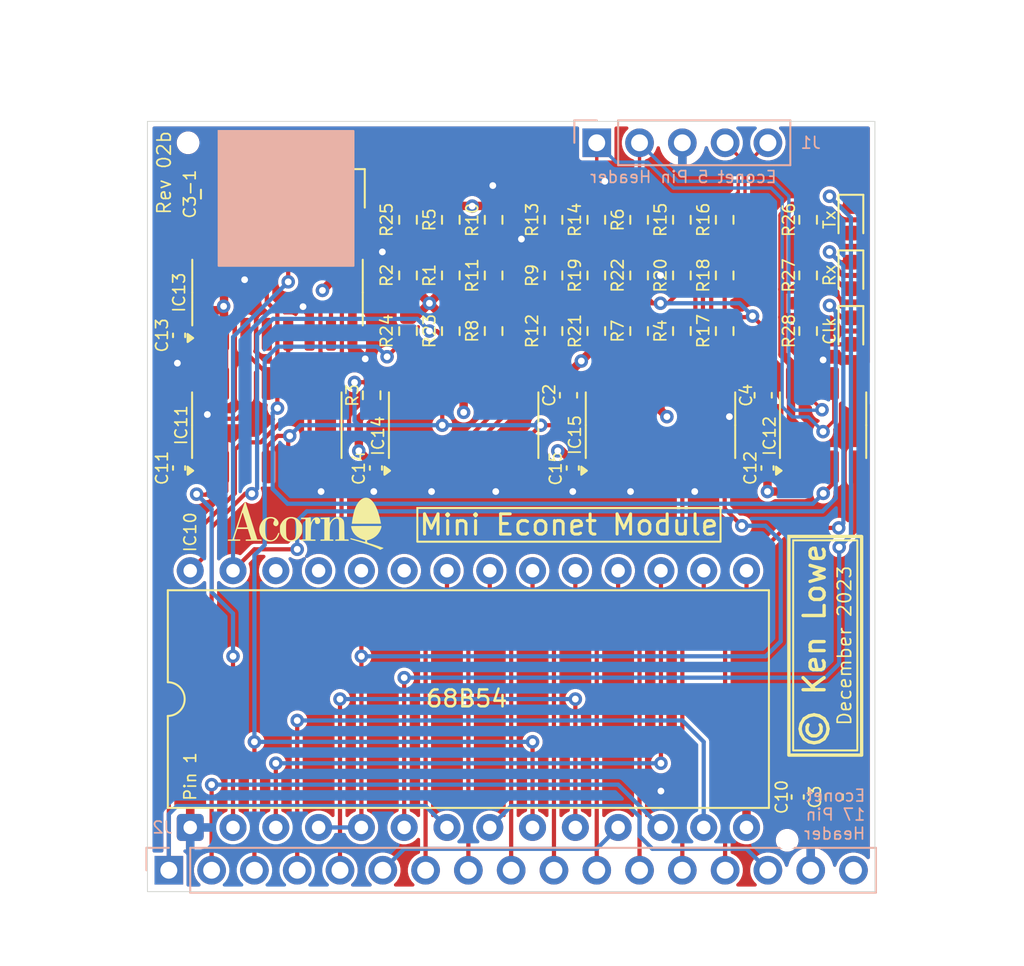
<source format=kicad_pcb>
(kicad_pcb (version 20241229) (generator "pcbnew") (generator_version "9.0")
  (title_block (title "Mini Econet Module") (date "2023-12-08") (rev "02b") (company "Ken Lowe") (comment 1 "Rev 02b: Resistor bank layout change. Tooling holes added") (comment 2 "Rev 02: Reposition 68B54") (comment 3 "Rev 01b: IC11 switch from TSSOP to SOP") (comment 4 "Rev 01: First revision"))
  (layers (0 "F.Cu" signal) (4 "In1.Cu" power) (6 "In2.Cu" power) (2 "B.Cu" signal) (13 "F.Paste" user) (15 "B.Paste" user) (5 "F.SilkS" user "F.Silkscreen") (7 "B.SilkS" user "B.Silkscreen") (1 "F.Mask" user) (3 "B.Mask" user) (25 "Edge.Cuts" user))
  (net 0 "")
  (net 1 "GND")
  (net 2 "/Data-")
  (net 3 "/Data+")
  (net 4 "+5V")
  (net 5 "/Clk-")
  (net 6 "/Clk+")
  (net 7 "Net-(C2-Pad2)")
  (net 8 "Net-(IC13B-RCext)")
  (net 9 "Net-(C4-Pad1)")
  (net 10 "Net-(IC13A-RCext)")
  (net 11 "Net-(IC10-~{RTS})")
  (net 12 "/Rx_Data")
  (net 13 "Net-(IC10-Rx_CLK)")
  (net 14 "/Tx_Data")
  (net 19 "Net-(IC10-~{CTS})")
  (net 20 "Net-(IC13B-Q)")
  (net 21 "/ADLC_IRQ")
  (net 22 "/ADLC_nRST")
  (net 23 "/Data_En")
  (net 24 "/ADLC_ADLC")
  (net 25 "/ADLC_A0")
  (net 26 "/ADLC_A1")
  (net 27 "/ADLC_RnW")
  (net 28 "/ADLC_Clock")
  (net 29 "/ADLC_D7")
  (net 30 "/ADLC_D6")
  (net 31 "/ADLC_D5")
  (net 32 "/ADLC_D4")
  (net 33 "/ADLC_D3")
  (net 34 "/ADLC_D2")
  (net 35 "/ADLC_D1")
  (net 36 "/ADLC_D0")
  (net 37 "Net-(IC13A-Clr)")
  (net 38 "Net-(LED1-A)")
  (net 39 "Net-(IC11-Pad6)")
  (net 43 "Net-(IC14A-+)")
  (net 44 "Net-(IC14A--)")
  (net 45 "Net-(IC14B--)")
  (net 50 "Net-(IC15A-+)")
  (net 51 "Net-(IC15A--)")
  (net 52 "Net-(IC15B-+)")
  (net 53 "Net-(IC15B--)")
  (net 58 "Net-(LED2-A)")
  (net 59 "Net-(LED3-A)")
  (net 60 "/Econet_Clk")
  (net 61 "Net-(LED4-A)")
  (footprint "Resistor_SMD:R_0603_1608Metric" (layer "F.Cu") (at 136.719 64.737 -90)
    (property "Reference" "R6")
    (property "Value" "1M5")
  )
  (footprint "Resistor_SMD:R_0603_1608Metric" (layer "F.Cu") (at 131.639 68.039 -90)
    (property "Reference" "R9")
    (property "Value" "56K")
  )
  (footprint "Resistor_SMD:R_0603_1608Metric" (layer "F.Cu") (at 128.083 68.039 90)
    (property "Reference" "R11")
    (property "Value" "56K")
  )
  (footprint "Resistor_SMD:R_0603_1608Metric" (layer "F.Cu") (at 131.639 71.341 90)
    (property "Reference" "R12")
    (property "Value" "56K")
  )
  (footprint "Resistor_SMD:R_0603_1608Metric" (layer "F.Cu") (at 131.639 64.737 -90)
    (property "Reference" "R13")
    (property "Value" "100K")
  )
  (footprint "Resistor_SMD:R_0603_1608Metric" (layer "F.Cu") (at 134.179 64.737 -90)
    (property "Reference" "R14")
    (property "Value" "100K")
  )
  (footprint "Resistor_SMD:R_0603_1608Metric" (layer "F.Cu") (at 139.259 64.737 -90)
    (property "Reference" "R15")
    (property "Value" "100K")
  )
  (footprint "Resistor_SMD:R_0603_1608Metric" (layer "F.Cu") (at 141.799 64.737 -90)
    (property "Reference" "R16")
    (property "Value" "100K")
  )
  (footprint "Resistor_SMD:R_0603_1608Metric" (layer "F.Cu") (at 139.259 68.039 90)
    (property "Reference" "R20")
    (property "Value" "10K")
  )
  (footprint "Resistor_SMD:R_0603_1608Metric" (layer "F.Cu") (at 136.719 68.039 90)
    (property "Reference" "R22")
    (property "Value" "1K0")
  )
  (footprint "Capacitor_SMD:C_0402_1005Metric" (layer "F.Cu") (at 109.414 79.469 -90)
    (property "Reference" "C11")
    (property "Value" "100nF")
  )
  (footprint "Capacitor_SMD:C_0402_1005Metric" (layer "F.Cu") (at 121.098 79.469 -90)
    (property "Reference" "C14")
    (property "Value" "100nF")
  )
  (footprint "Resistor_SMD:R_0603_1608Metric" (layer "F.Cu") (at 134.179 71.341 90)
    (property "Reference" "R21")
    (property "Value" "1K5")
  )
  (footprint "Resistor_SMD:R_0603_1608Metric" (layer "F.Cu") (at 134.179 68.039 90)
    (property "Reference" "R19")
    (property "Value" "10K")
  )
  (footprint "Package_SO:SOIC-14_3.9x8.7mm_P1.27mm" (layer "F.Cu") (at 126.305 76.929 90)
    (property "Reference" "IC14")
    (property "Value" "LM319M")
  )
  (footprint "Capacitor_SMD:C_0402_1005Metric" (layer "F.Cu") (at 109.414 71.595 -90)
    (property "Reference" "C13")
    (property "Value" "100nF")
  )
  (footprint "Resistor_SMD:R_0603_1608Metric" (layer "F.Cu") (at 125.543 71.341 -90)
    (property "Reference" "R23")
    (property "Value" "4K7")
  )
  (footprint "Resistor_SMD:R_0603_1608Metric" (layer "F.Cu") (at 123.003 71.341 -90)
    (property "Reference" "R24")
    (property "Value" "4K7")
  )
  (footprint "Package_SO:SOIC-14_3.9x8.7mm_P1.27mm" (layer "F.Cu") (at 137.989 76.929 90)
    (property "Reference" "IC15")
    (property "Value" "LM319M")
  )
  (footprint "Resistor_SMD:R_0603_1608Metric" (layer "F.Cu") (at 136.719 71.341 -90)
    (property "Reference" "R7")
    (property "Value" "1M5")
  )
  (footprint "Capacitor_SMD:C_0603_1608Metric" (layer "F.Cu") (at 144.085 75.151 -90)
    (property "Reference" "C4")
    (property "Value" "10uF")
  )
  (footprint "Resistor_SMD:R_0603_1608Metric" (layer "F.Cu") (at 139.259 71.341 90)
    (property "Reference" "R4")
    (property "Value" "1K0")
  )
  (footprint "Capacitor_SMD:C_0402_1005Metric" (layer "F.Cu") (at 146.133 98.999 -90)
    (property "Reference" "C10")
    (property "Value" "100nF")
  )
  (footprint "Resistor_SMD:R_0603_1608Metric" (layer "F.Cu") (at 120.844 75.151 90)
    (property "Reference" "R3")
    (property "Value" "1K0")
  )
  (footprint "Resistor_SMD:R_0603_1608Metric" (layer "F.Cu") (at 128.083 64.737 90)
    (property "Reference" "R10")
    (property "Value" "1M5")
  )
  (footprint "Package_SO:SOIC-16_3.9x9.9mm_P1.27mm" (layer "F.Cu") (at 115.256 69.055 90)
    (property "Reference" "IC13")
    (property "Value" "74LS123")
  )
  (footprint "Resistor_SMD:R_0603_1608Metric" (layer "F.Cu") (at 128.083 71.341 -90)
    (property "Reference" "R8")
    (property "Value" "56K")
  )
  (footprint "Resistor_SMD:R_0603_1608Metric" (layer "F.Cu") (at 125.543 68.039 90)
    (property "Reference" "R1")
    (property "Value" "1K0")
  )
  (footprint "Capacitor_SMD:C_0805_2012Metric" (layer "F.Cu") (at 111.446 63.213 90)
    (property "Reference" "C3-1")
    (property "Value" "22uF")
  )
  (footprint "Capacitor_SMD:C_0805_2012Metric" (layer "F.Cu") (at 117.034 63.213 -90)
    (property "Reference" "C1")
    (property "Value" "2n2")
  )
  (footprint "Resistor_SMD:R_0603_1608Metric" (layer "F.Cu") (at 123.003 68.039 90)
    (property "Reference" "R2")
    (property "Value" "39K")
  )
  (footprint "Resistor_SMD:R_0603_1608Metric" (layer "F.Cu") (at 125.543 64.737 90)
    (property "Reference" "R5")
    (property "Value" "220K")
  )
  (footprint "Capacitor_SMD:C_0603_1608Metric" (layer "F.Cu") (at 132.528 75.151 -90)
    (property "Reference" "C2")
    (property "Value" "10nF")
  )
  (footprint "Resistor_SMD:R_0603_1608Metric" (layer "F.Cu") (at 141.799 71.341 -90)
    (property "Reference" "R17")
    (property "Value" "10K")
  )
  (footprint "Capacitor_SMD:C_0402_1005Metric" (layer "F.Cu") (at 132.782 79.469 -90)
    (property "Reference" "C15")
    (property "Value" "100nF")
  )
  (footprint "Resistor_SMD:R_0603_1608Metric" (layer "F.Cu") (at 141.799 68.039 90)
    (property "Reference" "R18")
    (property "Value" "10K")
  )
  (footprint "Capacitor_SMD:C_0805_2012Metric" (layer "F.Cu") (at 114.24 63.213 90)
    (property "Reference" "C3-2")
    (property "Value" "22uF")
  )
  (footprint "Resistor_SMD:R_0603_1608Metric" (layer "F.Cu") (at 146.752 71.341 -90)
    (property "Reference" "R28")
    (property "Value" "220R")
  )
  (footprint "Resistor_SMD:R_0603_1608Metric" (layer "F.Cu") (at 123.003 64.737 -90)
    (property "Reference" "R25")
    (property "Value" "2K2")
  )
  (footprint "Resistor_SMD:R_0603_1608Metric" (layer "F.Cu") (at 146.752 64.737 -90)
    (property "Reference" "R26")
    (property "Value" "470R")
  )
  (footprint "Package_DIP:DIP-28_W15.24mm" (layer "F.Cu") (at 110.075 100.805 90)
    (property "Reference" "IC10")
    (property "Value" "68B54")
  )
  (footprint "Resistor_SMD:R_0603_1608Metric" (layer "F.Cu") (at 146.752 68.039 90)
    (property "Reference" "R27")
    (property "Value" "1K0")
  )
  (footprint "Capacitor_SMD:C_0603_1608Metric" (layer "F.Cu") (at 148.302 98.999 90)
    (property "Reference" "C3")
    (property "Value" "10uF")
  )
  (footprint "Econet:Acorn Logo" (layer "F.Cu") (at 117.055 82.845)
    (property "Reference" "G***" (hide yes))
    (property "Value" "LOGO" (hide yes))
  )
  (footprint "LED_SMD:LED_0603_1608Metric" (layer "F.Cu") (at 149.292 68.039 -90)
    (property "Reference" "LED3" (hide yes))
    (property "Value" "Green")
  )
  (footprint "Econet:ToolingHole 1.152mm" (layer "F.Cu") (at 145.508 101.567)
    (property "Reference" "H2" (hide yes))
    (property "Value" "ToolingHole")
  )
  (footprint "Econet:ToolingHole 1.152mm" (layer "F.Cu") (at 109.948 60.165)
    (property "Reference" "H1" (hide yes))
    (property "Value" "ToolingHole")
  )
  (footprint "LED_SMD:LED_0603_1608Metric" (layer "F.Cu") (at 149.292 64.737 -90)
    (property "Reference" "LED2" (hide yes))
    (property "Value" "Red")
  )
  (footprint "Package_SO:SO-14_3.9x8.65mm_P1.27mm" (layer "F.Cu") (at 114.621 76.929 90)
    (property "Reference" "IC11")
    (property "Value" "74HCT132D")
  )
  (footprint "LED_SMD:LED_0603_1608Metric" (layer "F.Cu") (at 119.701 63.213 -90)
    (property "Reference" "LED1" (hide yes))
    (property "Value" "Green")
  )
  (footprint "LED_SMD:LED_0603_1608Metric" (layer "F.Cu") (at 149.292 71.341 -90)
    (property "Reference" "LED4" (hide yes))
    (property "Value" "Blue")
  )
  (footprint "Package_SO:SOIC-8_3.9x4.9mm_P1.27mm" (layer "F.Cu") (at 147.641 76.929 90)
    (property "Reference" "IC12")
    (property "Value" "SP485REN-L")
  )
  (footprint "Capacitor_SMD:C_0402_1005Metric" (layer "F.Cu") (at 144.339 79.469 90)
    (property "Reference" "C12")
    (property "Value" "100nF")
  )
  (footprint "Connector_PinHeader_2.54mm:PinHeader_1x17_P2.54mm_Vertical" (layer "B.Cu") (at 108.805 103.345 -90)
    (property "Reference" "J2")
    (property "Value" "Conn_01x17")
  )
  (footprint "Connector_PinHeader_2.54mm:PinHeader_1x05_P2.54mm_Vertical" (layer "B.Cu") (at 134.205 60.165 -90)
    (property "Reference" "J1")
    (property "Value" "Conn_01x05")
  )
  (gr_rect (start 145.609 83.533) (end 149.927 96.5124) (stroke (width 0.2)) (fill no) (layer "F.SilkS"))
  (gr_rect (start 145.863 83.7616) (end 149.673 96.233) (stroke (width 0.12)) (fill no) (layer "F.SilkS"))
  (gr_rect (start 123.555 81.845) (end 141.555 83.845) (stroke (width 0.12)) (fill no) (layer "F.SilkS"))
  (gr_rect (start 111.764 59.467) (end 119.764 67.467) (stroke (width 0.12)) (fill yes) (layer "B.SilkS"))
  (gr_line (start 107.535 104.615) (end 107.535 58.895) (stroke (width 0.05)) (layer "Edge.Cuts"))
  (gr_line (start 107.535 104.615) (end 150.715 104.615) (stroke (width 0.05)) (layer "Edge.Cuts"))
  (gr_line (start 150.715 58.895) (end 150.715 104.615) (stroke (width 0.05)) (layer "Edge.Cuts"))
  (gr_line (start 107.535 58.895) (end 150.715 58.895) (stroke (width 0.05)) (layer "Edge.Cuts"))
  (gr_text "+5V" (at 118.431 63.213 90) (layer "F.SilkS") (effects (font (size 0.7 0.7) (thickness 0.1))))
  (gr_text "© Ken Lowe" (at 147.133 90.01 90) (layer "F.SilkS") (effects (font (size 1.25 1.25) (thickness 0.2))))
  (gr_text "Mini Econet Module" (at 132.555 82.845 0) (layer "F.SilkS") (effects (font (size 1.2 1.2) (thickness 0.18))))
  (gr_text "Clk" (at 148.022 71.341 90) (layer "F.SilkS") (effects (font (size 0.7 0.7) (thickness 0.1))))
  (gr_text "Pin 1" (at 110.075 99.281 90) (layer "F.SilkS") (effects (font (size 0.7 0.7) (thickness 0.1)) (justify left)))
  (gr_text "Tx" (at 148.022 64.737 90) (layer "F.SilkS") (effects (font (size 0.7 0.7) (thickness 0.1))))
  (gr_text "December 2023" (at 148.911 90.01 90) (layer "F.SilkS") (effects (font (size 0.8 0.8) (thickness 0.1))))
  (gr_text "Rev 02b" (at 108.525 59.403 90) (layer "F.SilkS") (effects (font (size 0.8 0.8) (thickness 0.1)) (justify right)))
  (gr_text "Rx" (at 148.022 68.039 90) (layer "F.SilkS") (effects (font (size 0.7 0.7) (thickness 0.1))))
  (gr_text "Econet\n17 Pin\nHeader" (at 150.207 100.043 0) (layer "B.SilkS") (effects (font (size 0.7 0.7) (thickness 0.1)) (justify left mirror)))
  (gr_text "Econet 5 Pin Header" (at 139.345 62.197 0) (layer "B.SilkS") (effects (font (size 0.7 0.7) (thickness 0.1)) (justify mirror)))
  (segment (start 119.701 71.53) (end 119.701 72.23) (width 0.5) (layer "F.Cu") (net 1))
  (segment (start 112.081 79.404) (end 112.081 80.805454) (width 0.5) (layer "F.Cu") (net 1))
  (segment (start 140.529 79.404) (end 140.529 80.231) (width 0.5) (layer "F.Cu") (net 1))
  (segment (start 141.799 76.141) (end 142.079 76.421) (width 0.5) (layer "F.Cu") (net 1))
  (segment (start 125.035 80.231) (end 124.4 80.866) (width 0.5) (layer "F.Cu") (net 1))
  (segment (start 148.740684 73.091) (end 149.435 73.091) (width 0.5) (layer "F.Cu") (net 1))
  (segment (start 120.971 79.949) (end 120.971 80.866) (width 0.5) (layer "F.Cu") (net 1))
  (segment (start 147.730386 72.964) (end 147.640675 73.053711) (width 0.5) (layer "F.Cu") (net 1))
  (segment (start 136.719 80.231) (end 136.084 80.866) (width 0.5) (layer "F.Cu") (net 1))
  (segment (start 128.845 80.231) (end 128.21 80.866) (width 0.5) (layer "F.Cu") (net 1))
  (segment (start 146.905 101.567) (end 146.133 100.795) (width 0.5) (layer "F.Cu") (net 1))
  (segment (start 113.351 66.58) (end 113.351 68.245) (width 0.5) (layer "F.Cu") (net 1))
  (segment (start 148.302 99.774) (end 148.302 101.059) (width 0.5) (layer "F.Cu") (net 1))
  (segment (start 142.079 76.421) (end 142.587 76.421) (width 0.5) (layer "F.Cu") (net 1))
  (segment (start 109.910992 81.870992) (end 109.287 81.247) (width 0.5) (layer "F.Cu") (net 1))
  (segment (start 110.266 72.075) (end 110.811 71.53) (width 0.5) (layer "F.Cu") (net 1))
  (segment (start 109.287 72.075) (end 109.287 73.22) (width 0.5) (layer "F.Cu") (net 1))
  (segment (start 110.811 79.404) (end 110.811 76.574) (width 0.5) (layer "F.Cu") (net 1))
  (segment (start 130.115 75.770954) (end 128.845 77.040954) (width 0.5) (layer "F.Cu") (net 1))
  (segment (start 147.794 101.567) (end 146.905 101.567) (width 0.5) (layer "F.Cu") (net 1))
  (segment (start 148.302 101.059) (end 147.794 101.567) (width 0.5) (layer "F.Cu") (net 1))
  (segment (start 144.339 78.989) (end 144.339 78.173) (width 0.5) (layer "F.Cu") (net 1))
  (segment (start 142.587 76.421) (end 144.085 77.919) (width 0.5) (layer "F.Cu") (net 1))
  (segment (start 128.845 79.404) (end 128.845 80.231) (width 0.5) (layer "F.Cu") (net 1))
  (segment (start 111.015462 81.870992) (end 109.910992 81.870992) (width 0.5) (layer "F.Cu") (net 1))
  (segment (start 118.431 79.404) (end 118.431 80.277318) (width 0.5) (layer "F.Cu") (net 1))
  (segment (start 148.613684 72.964) (end 147.730386 72.964) (width 0.5) (layer "F.Cu") (net 1))
  (segment (start 112.081 80.805454) (end 111.015462 81.870992) (width 0.5) (layer "F.Cu") (net 1))
  (segment (start 130.115 74.454) (end 130.115 75.770954) (width 0.5) (layer "F.Cu") (net 1))
  (segment (start 113.351 68.245) (end 113.303 68.293) (width 0.5) (layer "F.Cu") (net 1))
  (segment (start 149.546 74.454) (end 149.546 73.202) (width 0.5) (layer "F.Cu") (net 1))
  (segment (start 137.989 68.039) (end 137.544 68.039) (width 0.5) (layer "F.Cu") (net 1))
  (segment (start 109.287 79.949) (end 110.266 79.949) (width 0.5) (layer "F.Cu") (net 1))
  (segment (start 144.085 75.926) (end 144.085 77.919) (width 0.5) (layer "F.Cu") (net 1))
  (segment (start 109.287 81.247) (end 109.287 79.949) (width 0.5) (layer "F.Cu") (net 1))
  (segment (start 119.701 72.23) (end 120.463 72.992) (width 0.5) (layer "F.Cu") (net 1))
  (segment (start 141.799 74.454) (end 141.799 76.141) (width 0.5) (layer "F.Cu") (net 1))
  (segment (start 136.719 79.404) (end 136.719 80.231) (width 0.5) (layer "F.Cu") (net 1))
  (segment (start 140.529 80.231) (end 139.894 80.866) (width 0.5) (layer "F.Cu") (net 1))
  (segment (start 118.431 80.277318) (end 117.842318 80.866) (width 0.5) (layer "F.Cu") (net 1))
  (segment (start 110.266 79.949) (end 110.811 79.404) (width 0.5) (layer "F.Cu") (net 1))
  (segment (start 125.035 79.404) (end 125.035 80.231) (width 0.5) (layer "F.Cu") (net 1))
  (segment (start 109.287 73.22) (end 109.313 73.246) (width 0.5) (layer "F.Cu") (net 1))
  (segment (start 109.287 72.075) (end 110.266 72.075) (width 0.5) (layer "F.Cu") (net 1))
  (segment (start 146.133 100.795) (end 146.133 99.479) (width 0.5) (layer "F.Cu") (net 1))
  (segment (start 132.655 79.949) (end 132.655 80.866) (width 0.5) (layer "F.Cu") (net 1))
  (segment (start 128.845 77.040954) (end 128.845 79.404) (width 0.5) (layer "F.Cu") (net 1))
  (segment (start 117.161 71.53) (end 117.161 70.281989) (width 0.5) (layer "F.Cu") (net 1))
  (segment (start 137.544 68.039) (end 136.719 67.214) (width 0.5) (layer "F.Cu") (net 1))
  (segment (start 144.085 77.919) (end 144.339 78.173) (width 0.5) (layer "F.Cu") (net 1))
  (segment (start 117.161 70.281989) (end 116.771 69.891989) (width 0.5) (layer "F.Cu") (net 1))
  (segment (start 110.811 76.574) (end 111.091 76.294) (width 0.5) (layer "F.Cu") (net 1))
  (segment (start 149.546 73.202) (end 149.435 73.091) (width 0.5) (layer "F.Cu") (net 1))
  (segment (start 148.613684 72.964) (end 148.740684 73.091) (width 0.5) (layer "F.Cu") (net 1))
  (segment (start 146.905 103.345) (end 146.905 101.567) (width 0.5) (layer "F.Cu") (net 1))
  (via (at 137.989 68.039) (size 0.8) (drill 0.4) (layers "F.Cu" "B.Cu") (net 1))
  (via (at 136.211 80.866) (size 0.8) (drill 0.4) (layers "F.Cu" "B.Cu") (net 1))
  (via (at 132.782 80.866) (size 0.8) (drill 0.4) (layers "F.Cu" "B.Cu") (net 1))
  (via (at 128.21 80.866) (size 0.8) (drill 0.4) (layers "F.Cu" "B.Cu") (net 1))
  (via (at 124.4 80.866) (size 0.8) (drill 0.4) (layers "F.Cu" "B.Cu") (net 1))
  (via (at 120.463 72.992) (size 0.8) (drill 0.4) (layers "F.Cu" "B.Cu") (net 1))
  (via (at 120.971 80.866) (size 0.8) (drill 0.4) (layers "F.Cu" "B.Cu") (net 1))
  (via (at 116.771 69.891989) (size 0.8) (drill 0.4) (layers "F.Cu" "B.Cu") (net 1))
  (via (at 134.687 62.451) (size 0.8) (drill 0.4) (layers "F.Cu" "B.Cu") (net 1))
  (via (at 121.479 66.642) (size 0.8) (drill 0.4) (layers "F.Cu" "B.Cu") (net 1))
  (via (at 113.303 68.293) (size 0.8) (drill 0.4) (layers "F.Cu" "B.Cu") (net 1))
  (via (at 142.079 76.421) (size 0.8) (drill 0.4) (layers "F.Cu" "B.Cu") (net 1))
  (via (at 128.035 62.705) (size 0.8) (drill 0.4) (layers "F.Cu" "B.Cu") (net 1))
  (via (at 109.313 73.246) (size 0.8) (drill 0.4) (layers "F.Cu" "B.Cu") (net 1))
  (via (at 129.734 65.88) (size 0.8) (drill 0.4) (layers "F.Cu" "B.Cu") (net 1))
  (via (at 140.021 80.866) (size 0.8) (drill 0.4) (layers "F.Cu" "B.Cu") (net 1))
  (via (at 117.842318 80.866) (size 0.8) (drill 0.4) (layers "F.Cu" "B.Cu") (net 1))
  (via (at 138.015 98.646) (size 0.8) (drill 0.4) (layers "F.Cu" "B.Cu") (net 1))
  (via (at 147.640675 73.053711) (size 0.8) (drill 0.4) (layers "F.Cu" "B.Cu") (net 1))
  (via (at 111.091 76.294) (size 0.8) (drill 0.4) (layers "F.Cu" "B.Cu") (net 1))
  (segment (start 147.006 74.454) (end 147.006 75.44213) (width 0.2) (layer "F.Cu") (net 2))
  (segment (start 147.006 75.44213) (end 147.576 76.01213) (width 0.2) (layer "F.Cu") (net 2))
  (segment (start 136.745 60.165) (end 136.745 61.727) (width 0.2) (layer "F.Cu") (net 2))
  (segment (start 136.745 61.727) (end 134.56 63.912) (width 0.2) (layer "F.Cu") (net 2))
  (via (at 147.576 76.01213) (size 0.8) (drill 0.4) (layers "F.Cu" "B.Cu") (net 2))
  (segment (start 139.031 62.451) (end 144.72 62.451) (width 0.2) (layer "B.Cu") (net 2))
  (segment (start 145.609 63.34) (end 145.609 75.659) (width 0.2) (layer "B.Cu") (net 2))
  (segment (start 145.609 75.659) (end 145.99 76.04) (width 0.2) (layer "B.Cu") (net 2))
  (segment (start 136.745 60.165) (end 139.031 62.451) (width 0.2) (layer "B.Cu") (net 2))
  (segment (start 147.54813 76.04) (end 147.576 76.01213) (width 0.2) (layer "B.Cu") (net 2))
  (segment (start 145.99 76.04) (end 147.54813 76.04) (width 0.2) (layer "B.Cu") (net 2))
  (segment (start 144.72 62.451) (end 145.609 63.34) (width 0.2) (layer "B.Cu") (net 2))
  (segment (start 148.276 76.672) (end 147.638 77.31) (width 0.2) (layer "F.Cu") (net 3))
  (segment (start 134.205 60.165) (end 134.205 61.727) (width 0.2) (layer "F.Cu") (net 3))
  (segment (start 148.276 74.454) (end 148.276 76.672) (width 0.2) (layer "F.Cu") (net 3))
  (segment (start 134.205 61.727) (end 132.02 63.912) (width 0.2) (layer "F.Cu") (net 3))
  (via (at 147.638 77.31) (size 0.8) (drill 0.4) (layers "F.Cu" "B.Cu") (net 3))
  (segment (start 145.209 63.505686) (end 145.209 75.824686) (width 0.2) (layer "B.Cu") (net 3))
  (segment (start 145.209 75.824686) (end 145.824314 76.44) (width 0.2) (layer "B.Cu") (net 3))
  (segment (start 134.205 60.165) (end 135.355 61.315) (width 0.2) (layer "B.Cu") (net 3))
  (segment (start 147.638 77.307) (end 147.638 77.31) (width 0.2) (layer "B.Cu") (net 3))
  (segment (start 138.757346 62.851) (end 144.554314 62.851) (width 0.2) (layer "B.Cu") (net 3))
  (segment (start 135.355 61.315) (end 137.221346 61.315) (width 0.2) (layer "B.Cu") (net 3))
  (segment (start 137.221346 61.315) (end 138.757346 62.851) (width 0.2) (layer "B.Cu") (net 3))
  (segment (start 144.554314 62.851) (end 145.209 63.505686) (width 0.2) (layer "B.Cu") (net 3))
  (segment (start 146.771 76.44) (end 147.638 77.307) (width 0.2) (layer "B.Cu") (net 3))
  (segment (start 145.824314 76.44) (end 146.771 76.44) (width 0.2) (layer "B.Cu") (net 3))
  (segment (start 148.007 98.519) (end 148.302 98.224) (width 0.5) (layer "F.Cu") (net 4))
  (segment (start 145.228 68.864) (end 145.228 64.483) (width 0.5) (layer "F.Cu") (net 4))
  (segment (start 123.003 63.912) (end 125.543 63.912) (width 0.5) (layer "F.Cu") (net 4))
  (segment (start 112.081 69.870001) (end 112.081 71.53) (width 0.5) (layer "F.Cu") (net 4))
  (segment (start 134.179 72.23) (end 133.29 73.119) (width 0.5) (layer "F.Cu") (net 4))
  (segment (start 110.29701 70.10499) (end 109.287 71.115) (width 0.5) (layer "F.Cu") (net 4))
  (segment (start 132.119 78.453) (end 132.655 78.989) (width 0.5) (layer "F.Cu") (net 4))
  (segment (start 146.752 70.516) (end 145.228 70.516) (width 0.5) (layer "F.Cu") (net 4))
  (segment (start 110.811 66.58) (end 110.811 67.844998) (width 0.5) (layer "F.Cu") (net 4))
  (segment (start 145.736 73.246) (end 145.736 74.454) (width 0.5) (layer "F.Cu") (net 4))
  (segment (start 125.099 68.864) (end 124.273 69.69) (width 0.5) (layer "F.Cu") (net 4))
  (segment (start 123.003 68.864) (end 123.447 68.864) (width 0.5) (layer "F.Cu") (net 4))
  (segment (start 131.766 78.453) (end 132.119 78.453) (width 0.5) (layer "F.Cu") (net 4))
  (segment (start 146.133 98.519) (end 148.007 98.519) (width 0.5) (layer "F.Cu") (net 4))
  (segment (start 126.305 74.454) (end 126.305 76.167) (width 0.5) (layer "F.Cu") (net 4))
  (segment (start 147.006 79.404) (end 147.006 77.880082) (width 0.5) (layer "F.Cu") (net 4))
  (segment (start 112.081 74.454) (end 110.811 74.454) (width 0.5) (layer "F.Cu") (net 4))
  (segment (start 147.006 77.880082) (end 145.736 76.610082) (width 0.5) (layer "F.Cu") (net 4))
  (segment (start 146.752 68.864) (end 145.228 68.864) (width 0.5) (layer "F.Cu") (net 4))
  (segment (start 134.179 72.166) (end 134.179 72.23) (width 0.5) (layer "F.Cu") (net 4))
  (segment (start 120.618 78.989) (end 120.082 78.453) (width 0.5) (layer "F.Cu") (net 4))
  (segment (start 147.006 80.358) (end 147.006 79.404) (width 0.5) (layer "F.Cu") (net 4))
  (segment (start 146.133 98.519) (end 143.095 98.519) (width 0.5) (layer "F.Cu") (net 4))
  (segment (start 128.083 63.912) (end 125.543 63.912) (width 0.5) (layer "F.Cu") (net 4))
  (segment (start 112.081 71.53) (end 112.081 74.454) (width 0.5) (layer "F.Cu") (net 4))
  (segment (start 110.811 67.844998) (end 112.081 69.114998) (width 0.5) (layer "F.Cu") (net 4))
  (segment (start 111.846011 70.10499) (end 110.29701 70.10499) (width 0.5) (layer "F.Cu") (net 4))
  (segment (start 118.431 67.96) (end 118.431 68.42) (width 0.5) (layer "F.Cu") (net 4))
  (segment (start 121.098 78.989) (end 120.618 78.989) (width 0.5) (layer "F.Cu") (net 4))
  (segment (start 118.431 66.58) (end 118.431 67.96) (width 0.5) (layer "F.Cu") (net 4))
  (segment (start 146.498 80.866) (end 147.006 80.358) (width 0.5) (layer "F.Cu") (net 4))
  (segment (start 139.005 72.166) (end 137.989 73.182) (width 0.5) (layer "F.Cu") (net 4))
  (segment (start 125.543 68.864) (end 125.099 68.864) (width 0.5) (layer "F.Cu") (net 4))
  (segment (start 137.989 74.454) (end 137.989 76.04) (width 0.5) (layer "F.Cu") (net 4))
  (segment (start 139.259 72.166) (end 139.005 72.166) (width 0.5) (layer "F.Cu") (net 4))
  (segment (start 145.228 70.516) (end 145.228 68.864) (width 0.5) (layer "F.Cu") (net 4))
  (segment (start 120.082 76.561) (end 120.082 78.453) (width 0.5) (layer "F.Cu") (net 4))
  (segment (start 145.228 72.738) (end 145.228 70.516) (width 0.5) (layer "F.Cu") (net 4))
  (segment (start 120.082 76.561) (end 120.717 75.926) (width 0.5) (layer "F.Cu") (net 4))
  (segment (start 125.543 70.516) (end 125.099 70.516) (width 0.5) (layer "F.Cu") (net 4))
  (segment (start 123.447 68.864) (end 124.273 69.69) (width 0.5) (layer "F.Cu") (net 4))
  (segment (start 137.989 76.04) (end 138.37 76.421) (width 0.5) (layer "F.Cu") (net 4))
  (segment (start 118.431 68.42) (end 117.923 68.928) (width 0.5) (layer "F.Cu") (net 4))
  (segment (start 109.287 78.989) (end 109.287 75.978) (width 0.5) (layer "F.Cu") (net 4))
  (segment (start 145.228 72.738) (end 145.736 73.246) (width 0.5) (layer "F.Cu") (net 4))
  (segment (start 112.081 69.870001) (end 111.846011 70.10499) (width 0.5) (layer "F.Cu") (net 4))
  (segment (start 125.099 70.516) (end 124.273 69.69) (width 0.5) (layer "F.Cu") (net 4))
  (segment (start 110.811 74.454) (end 109.287 75.978) (width 0.5) (layer "F.Cu") (net 4))
  (segment (start 117.161 66.58) (end 117.161 67.96) (width 0.5) (layer "F.Cu") (net 4))
  (segment (start 144.339 80.866) (end 144.339 79.949) (width 0.5) (layer "F.Cu") (net 4))
  (segment (start 123.003 70.516) (end 123.447 70.516) (width 0.5) (layer "F.Cu") (net 4))
  (segment (start 137.989 74.454) (end 137.989 73.182) (width 0.5) (layer "F.Cu") (net 4))
  (segment (start 123.447 70.516) (end 124.273 69.69) (width 0.5) (layer "F.Cu") (net 4))
  (segment (start 144.339 80.866) (end 146.498 80.866) (width 0.5) (layer "F.Cu") (net 4))
  (segment (start 145.736 76.610082) (end 145.736 74.454) (width 0.5) (layer "F.Cu") (net 4))
  (segment (start 132.528 74.376) (end 132.528 73.881) (width 0.5) (layer "F.Cu") (net 4))
  (segment (start 146.752 63.912) (end 145.799 63.912) (width 0.5) (layer "F.Cu") (net 4))
  (segment (start 117.161 67.96) (end 118.431 67.96) (width 0.5) (layer "F.Cu") (net 4))
  (segment (start 145.799 63.912) (end 145.228 64.483) (width 0.5) (layer "F.Cu") (net 4))
  (segment (start 143.095 98.519) (end 143.095 100.805) (width 0.5) (layer "F.Cu") (net 4))
  (segment (start 133.29 73.119) (end 132.528 73.881) (width 0.5) (layer "F.Cu") (net 4))
  (segment (start 112.081 69.114998) (end 112.081 69.870001) (width 0.5) (layer "F.Cu") (net 4))
  (via (at 126.305 76.167) (size 0.8) (drill 0.4) (layers "F.Cu" "B.Cu") (net 4))
  (via (at 120.082 78.453) (size 0.8) (drill 0.4) (layers "F.Cu" "B.Cu") (net 4))
  (via (at 131.893 78.453) (size 0.8) (drill 0.4) (layers "F.Cu" "B.Cu") (net 4))
  (via (at 112.057 69.870001) (size 0.8) (drill 0.4) (layers "F.Cu" "B.Cu") (net 4))
  (via (at 138.37 76.421) (size 0.8) (drill 0.4) (layers "F.Cu" "B.Cu") (net 4))
  (via (at 126.813 63.9242) (size 0.8) (drill 0.4) (layers "F.Cu" "B.Cu") (net 4))
  (via (at 144.339 80.866) (size 0.8) (drill 0.4) (layers "F.Cu" "B.Cu") (net 4))
  (via (at 133.29 73.119) (size 0.8) (drill 0.4) (layers "F.Cu" "B.Cu") (net 4))
  (via (at 124.273 69.69) (size 0.8) (drill 0.4) (layers "F.Cu" "B.Cu") (net 4))
  (via (at 117.923 68.928) (size 0.8) (drill 0.4) (layers "F.Cu" "B.Cu") (net 4))
  (segment (start 140.783 64.737) (end 142.156106 64.737) (width 0.2) (layer "F.Cu") (net 5))
  (segment (start 143.006553 61.523447) (end 144.365 60.165) (width 0.2) (layer "F.Cu") (net 5))
  (segment (start 139.259 63.912) (end 139.958 63.912) (width 0.2) (layer "F.Cu") (net 5))
  (segment (start 142.156106 64.737) (end 143.006553 63.886553) (width 0.2) (layer "F.Cu") (net 5))
  (segment (start 139.958 63.912) (end 140.783 64.737) (width 0.2) (layer "F.Cu") (net 5))
  (segment (start 143.006553 63.886553) (end 143.006553 61.523447) (width 0.2) (layer "F.Cu") (net 5))
  (segment (start 142.606553 60.946553) (end 142.606553 63.104447) (width 0.2) (layer "F.Cu") (net 6))
  (segment (start 142.606553 63.104447) (end 141.799 63.912) (width 0.2) (layer "F.Cu") (net 6))
  (segment (start 141.825 60.165) (end 142.606553 60.946553) (width 0.2) (layer "F.Cu") (net 6))
  (segment (start 130.115 77.691) (end 130.877 76.929) (width 0.25) (layer "F.Cu") (net 7))
  (segment (start 131.525 76.929) (end 132.528 75.926) (width 0.25) (layer "F.Cu") (net 7))
  (segment (start 125.035 74.454) (end 125.035 76.929) (width 0.25) (layer "F.Cu") (net 7))
  (segment (start 120.717 74.376) (end 119.587 74.376) (width 0.25) (layer "F.Cu") (net 7))
  (segment (start 115.266701 77.564) (end 114.621 78.209701) (width 0.25) (layer "F.Cu") (net 7))
  (segment (start 115.9805 77.564) (end 115.266701 77.564) (width 0.25) (layer "F.Cu") (net 7))
  (segment (start 115.891 77.6535) (end 115.9805 77.564) (width 0.25) (layer "F.Cu") (net 7))
  (segment (start 115.891 79.404) (end 115.891 77.6535) (width 0.25) (layer "F.Cu") (net 7))
  (segment (start 114.621 78.209701) (end 114.621 79.404) (width 0.25) (layer "F.Cu") (net 7))
  (segment (start 130.115 79.404) (end 130.115 77.691) (width 0.25) (layer "F.Cu") (net 7))
  (segment (start 130.877 76.929) (end 131.525 76.929) (width 0.25) (layer "F.Cu") (net 7))
  (via (at 119.828 74.389) (size 0.8) (drill 0.4) (layers "F.Cu" "B.Cu") (net 7))
  (via (at 130.877 76.929) (size 0.8) (drill 0.4) (layers "F.Cu" "B.Cu") (net 7))
  (via (at 125.035 76.929) (size 0.8) (drill 0.4) (layers "F.Cu" "B.Cu") (net 7))
  (via (at 115.9805 77.564) (size 0.8) (drill 0.4) (layers "F.Cu" "B.Cu") (net 7))
  (segment (start 115.9805 77.564) (end 116.6155 76.929) (width 0.25) (layer "B.Cu") (net 7))
  (segment (start 116.6155 76.929) (end 120.082 76.929) (width 0.25) (layer "B.Cu") (net 7))
  (segment (start 119.828 76.675) (end 120.082 76.929) (width 0.25) (layer "B.Cu") (net 7))
  (segment (start 119.828 74.389) (end 119.828 76.675) (width 0.25) (layer "B.Cu") (net 7))
  (segment (start 130.877 76.929) (end 125.162 76.929) (width 0.25) (layer "B.Cu") (net 7))
  (segment (start 120.082 76.929) (end 125.162 76.929) (width 0.25) (layer "B.Cu") (net 7))
  (segment (start 119.059704 65.28) (end 120.174752 65.28) (width 0.25) (layer "F.Cu") (net 8))
  (segment (start 120.468351 68.044351) (end 118.431 70.081701) (width 0.25) (layer "F.Cu") (net 8))
  (segment (start 123.003 67.214) (end 122.235 67.214) (width 0.25) (layer "F.Cu") (net 8))
  (segment (start 120.923702 67.589) (end 120.468351 68.044351) (width 0.25) (layer "F.Cu") (net 8))
  (segment (start 117.942704 64.163) (end 119.059704 65.28) (width 0.25) (layer "F.Cu") (net 8))
  (segment (start 121.86 67.589) (end 120.923702 67.589) (width 0.25) (layer "F.Cu") (net 8))
  (segment (start 118.431 70.081701) (end 118.431 71.53) (width 0.25) (layer "F.Cu") (net 8))
  (segment (start 120.468351 65.573599) (end 120.468351 68.044351) (width 0.25) (layer "F.Cu") (net 8))
  (segment (start 117.034 64.163) (end 117.942704 64.163) (width 0.25) (layer "F.Cu") (net 8))
  (segment (start 122.235 67.214) (end 121.86 67.589) (width 0.25) (layer "F.Cu") (net 8))
  (segment (start 120.174752 65.28) (end 120.468351 65.573599) (width 0.25) (layer "F.Cu") (net 8))
  (segment (start 134.179 70.516) (end 135.12959 70.516) (width 0.25) (layer "F.Cu") (net 9))
  (segment (start 135.12959 70.516) (end 135.95559 69.69) (width 0.25) (layer "F.Cu") (net 9))
  (segment (start 137.989 69.69) (end 138.433 69.69) (width 0.25) (layer "F.Cu") (net 9))
  (segment (start 142.18 70.516) (end 143.386 70.516) (width 0.25) (layer "F.Cu") (net 9))
  (segment (start 141.799 68.864) (end 141.799 70.516) (width 0.25) (layer "F.Cu") (net 9))
  (segment (start 137.545 69.69) (end 136.719 68.864) (width 0.25) (layer "F.Cu") (net 9))
  (segment (start 137.545 69.69) (end 135.9734 69.69) (width 0.25) (layer "F.Cu") (net 9))
  (segment (start 136.719 68.864) (end 134.179 68.864) (width 0.25) (layer "F.Cu") (net 9))
  (segment (start 143.386 70.516) (end 143.45 70.452) (width 0.25) (layer "F.Cu") (net 9))
  (segment (start 144.085 71.087) (end 143.45 70.452) (width 0.25) (layer "F.Cu") (net 9))
  (segment (start 137.989 69.69) (end 137.545 69.69) (width 0.25) (layer "F.Cu") (net 9))
  (segment (start 138.433 69.69) (end 139.259 68.864) (width 0.25) (layer "F.Cu") (net 9))
  (segment (start 144.085 74.376) (end 144.085 71.087) (width 0.25) (layer "F.Cu") (net 9))
  (via (at 143.45 70.452) (size 0.8) (drill 0.4) (layers "F.Cu" "B.Cu") (net 9))
  (via (at 137.989 69.69) (size 0.8) (drill 0.4) (layers "F.Cu" "B.Cu") (net 9))
  (segment (start 143.45 70.452) (end 142.688 69.69) (width 0.25) (layer "B.Cu") (net 9))
  (segment (start 137.989 69.69) (end 142.688 69.69) (width 0.25) (layer "B.Cu") (net 9))
  (segment (start 112.396 63.213) (end 113.29 63.213) (width 0.25) (layer "F.Cu") (net 10))
  (segment (start 121.047996 64.83) (end 119.2461 64.83) (width 0.25) (layer "F.Cu") (net 10))
  (segment (start 112.081 66.58) (end 112.081 64.798) (width 0.25) (layer "F.Cu") (net 10))
  (segment (start 119.2461 64.83) (end 117.6291 63.213) (width 0.25) (layer "F.Cu") (net 10))
  (segment (start 123.765 66.388) (end 122.605996 66.388) (width 0.25) (layer "F.Cu") (net 10))
  (segment (start 125.543 65.562) (end 124.591 65.562) (width 0.25) (layer "F.Cu") (net 10))
  (segment (start 111.446 64.163) (end 112.396 63.213) (width 0.25) (layer "F.Cu") (net 10))
  (segment (start 122.605996 66.388) (end 121.047996 64.83) (width 0.25) (layer "F.Cu") (net 10))
  (segment (start 112.081 64.798) (end 111.446 64.163) (width 0.25) (layer "F.Cu") (net 10))
  (segment (start 113.29 63.213) (end 114.24 64.163) (width 0.25) (layer "F.Cu") (net 10))
  (segment (start 124.591 65.562) (end 123.765 66.388) (width 0.25) (layer "F.Cu") (net 10))
  (segment (start 117.6291 63.213) (end 115.19 63.213) (width 0.25) (layer "F.Cu") (net 10))
  (segment (start 115.19 63.213) (end 114.24 64.163) (width 0.25) (layer "F.Cu") (net 10))
  (segment (start 111.436 77.056) (end 111.436 80.637282) (width 0.25) (layer "F.Cu") (net 11))
  (segment (start 113.351 74.454) (end 113.351 76.04) (width 0.25) (layer "F.Cu") (net 11))
  (segment (start 111.436 80.637282) (end 111.019641 81.053641) (width 0.25) (layer "F.Cu") (net 11))
  (segment (start 110.359712 81.053641) (end 110.327063 81.020992) (width 0.25) (layer "F.Cu") (net 11))
  (segment (start 111.019641 81.053641) (end 110.359712 81.053641) (width 0.25) (layer "F.Cu") (net 11))
  (segment (start 112.843 76.548) (end 111.944 76.548) (width 0.25) (layer "F.Cu") (net 11))
  (segment (start 113.351 76.04) (end 112.843 76.548) (width 0.25) (layer "F.Cu") (net 11))
  (segment (start 112.615 100.805) (end 112.615 90.645) (width 0.25) (layer "F.Cu") (net 11))
  (segment (start 111.944 76.548) (end 111.436 77.056) (width 0.25) (layer "F.Cu") (net 11))
  (via (at 112.615 90.645) (size 0.8) (drill 0.4) (layers "F.Cu" "B.Cu") (net 11))
  (via (at 110.454063 81.020992) (size 0.8) (drill 0.4) (layers "F.Cu" "B.Cu") (net 11))
  (segment (start 112.615 88.105) (end 112.615 90.645) (width 0.25) (layer "B.Cu") (net 11))
  (segment (start 111.345 86.835) (end 112.615 88.105) (width 0.25) (layer "B.Cu") (net 11))
  (segment (start 110.454063 81.020992) (end 111.345 81.911929) (width 0.25) (layer "B.Cu") (net 11))
  (segment (start 111.345 81.911929) (end 111.345 86.835) (width 0.25) (layer "B.Cu") (net 11))
  (segment (start 138.624 78.326) (end 136.719 76.421) (width 0.25) (layer "F.Cu") (net 12))
  (segment (start 149.292 67.2515) (end 148.6315 67.2515) (width 0.25) (layer "F.Cu") (net 12))
  (segment (start 144.355 84.041) (end 139.666 84.041) (width 0.25) (layer "F.Cu") (net 12))
  (segment (start 148.567 83.025) (end 145.371 83.025) (width 0.25) (layer "F.Cu") (net 12))
  (segment (start 139.285 84.422) (end 139.285 81.080908) (width 0.25) (layer "F.Cu") (net 12))
  (segment (start 115.155 100.805) (end 115.155 96.995) (width 0.25) (layer "F.Cu") (net 12))
  (segment (start 138.015 96.995) (end 138.015 88.105) (width 0.25) (layer "F.Cu") (net 12))
  (segment (start 136.719 74.454) (end 136.719 76.421) (width 0.25) (layer "F.Cu") (net 12))
  (segment (start 145.371 83.025) (end 144.355 84.041) (width 0.25) (layer "F.Cu") (net 12))
  (segment (start 138.015 88.105) (end 139.285 86.835) (width 0.25) (layer "F.Cu") (net 12))
  (segment (start 139.285 86.835) (end 139.285 84.422) (width 0.25) (layer "F.Cu") (net 12))
  (segment (start 138.306 70.516) (end 139.259 70.516) (width 0.25) (layer "F.Cu") (net 12))
  (segment (start 136.719 74.454) (end 136.719 72.166) (width 0.25) (layer "F.Cu") (net 12))
  (segment (start 136.719 72.166) (end 137.545 72.166) (width 0.25) (layer "F.Cu") (net 12))
  (segment (start 139.285 81.080908) (end 138.624 80.419908) (width 0.25) (layer "F.Cu") (net 12))
  (segment (start 139.666 84.041) (end 139.285 84.422) (width 0.25) (layer "F.Cu") (net 12))
  (segment (start 137.545 72.166) (end 137.989 71.722) (width 0.25) (layer "F.Cu") (net 12))
  (segment (start 137.989 70.833) (end 138.306 70.516) (width 0.25) (layer "F.Cu") (net 12))
  (segment (start 137.989 71.722) (end 137.989 70.833) (width 0.25) (layer "F.Cu") (net 12))
  (segment (start 148.6315 67.2515) (end 148.022 66.642) (width 0.25) (layer "F.Cu") (net 12))
  (segment (start 138.624 78.326) (end 138.624 80.419908) (width 0.25) (layer "F.Cu") (net 12))
  (via (at 138.015 96.995) (size 0.8) (drill 0.4) (layers "F.Cu" "B.Cu") (net 12))
  (via (at 148.022 66.642) (size 0.8) (drill 0.4) (layers "F.Cu" "B.Cu") (net 12))
  (via (at 115.155 96.995) (size 0.8) (drill 0.4) (layers "F.Cu" "B.Cu") (net 12))
  (via (at 148.567 83.025) (size 0.8) (drill 0.4) (layers "F.Cu" "B.Cu") (net 12))
  (segment (start 148.842 82.75) (end 148.842 67.462) (width 0.25) (layer "B.Cu") (net 12))
  (segment (start 115.155 96.995) (end 138.015 96.995) (width 0.25) (layer "B.Cu") (net 12))
  (segment (start 148.567 83.025) (end 148.842 82.75) (width 0.25) (layer "B.Cu") (net 12))
  (segment (start 148.842 67.462) (end 148.022 66.642) (width 0.25) (layer "B.Cu") (net 12))
  (segment (start 119.701 66.58) (end 119.701 68.175306) (width 0.25) (layer "F.Cu") (net 13))
  (segment (start 141.799 79.404) (end 141.799 81.882) (width 0.25) (layer "F.Cu") (net 13))
  (segment (start 141.799 81.882) (end 142.815 82.898) (width 0.25) (layer "F.Cu") (net 13))
  (segment (start 119.076 70.073097) (end 121.110098 68.039) (width 0.25) (layer "F.Cu") (net 13))
  (segment (start 123.765 68.039) (end 121.110098 68.039) (width 0.25) (layer "F.Cu") (net 13))
  (segment (start 119.701 68.175306) (end 117.80599 70.070315) (width 0.25) (layer "F.Cu") (net 13))
  (segment (start 119.056 73.226) (end 119.056 86.936) (width 0.25) (layer "F.Cu") (net 13))
  (segment (start 126.495 67.214) (end 125.543 67.214) (width 0.25) (layer "F.Cu") (net 13))
  (segment (start 124.59 67.214) (end 123.765 68.039) (width 0.25) (layer "F.Cu") (net 13))
  (segment (start 125.543 67.214) (end 124.59 67.214) (width 0.25) (layer "F.Cu") (net 13))
  (segment (start 136.719 65.562) (end 135.767396 65.562) (width 0.25) (layer "F.Cu") (net 13))
  (segment (start 120.235 100.805) (end 120.235 90.645) (width 0.25) (layer "F.Cu") (net 13))
  (segment (start 119.056 86.936) (end 120.235 88.115) (width 0.25) (layer "F.Cu") (net 13))
  (segment (start 142.561 82.644) (end 142.815 82.898) (width 0.25) (layer "F.Cu") (net 13))
  (segment (start 135.767396 65.562) (end 134.942396 64.737) (width 0.25) (layer "F.Cu") (net 13))
  (segment (start 117.80599 70.070315) (end 117.80599 72.611) (width 0.25) (layer "F.Cu") (net 13))
  (segment (start 118.822 72.992) (end 119.056 73.226) (width 0.25) (layer "F.Cu") (net 13))
  (segment (start 119.076 72.738) (end 119.076 70.073097) (width 0.25) (layer "F.Cu") (net 13))
  (segment (start 126.813 66.896) (end 126.495 67.214) (width 0.25) (layer "F.Cu") (net 13))
  (segment (start 126.813 65.372) (end 126.813 66.896) (width 0.25) (layer "F.Cu") (net 13))
  (segment (start 134.942396 64.737) (end 127.448 64.737) (width 0.25) (layer "F.Cu") (net 13))
  (segment (start 120.235 88.115) (end 120.235 90.645) (width 0.25) (layer "F.Cu") (net 13))
  (segment (start 117.80599 72.611) (end 118.18699 72.992) (width 0.25) (layer "F.Cu") (net 13))
  (segment (start 118.18699 72.992) (end 118.812 72.992) (width 0.25) (layer "F.Cu") (net 13))
  (segment (start 118.822 72.992) (end 119.076 72.738) (width 0.25) (layer "F.Cu") (net 13))
  (segment (start 118.812 72.992) (end 118.822 72.992) (width 0.25) (layer "F.Cu") (net 13))
  (segment (start 127.448 64.737) (end 126.813 65.372) (width 0.25) (layer "F.Cu") (net 13))
  (via (at 142.815 82.898) (size 0.8) (drill 0.4) (layers "F.Cu" "B.Cu") (net 13))
  (via (at 120.235 90.645) (size 0.8) (drill 0.4) (layers "F.Cu" "B.Cu") (net 13))
  (segment (start 145.127 83.8075) (end 145.127 89.756) (width 0.25) (layer "B.Cu") (net 13))
  (segment (start 144.238 90.645) (end 145.127 89.756) (width 0.25) (layer "B.Cu") (net 13))
  (segment (start 120.235 90.645) (end 144.238 90.645) (width 0.25) (layer "B.Cu") (net 13))
  (segment (start 142.815 82.898) (end 144.2175 82.898) (width 0.25) (layer "B.Cu") (net 13))
  (segment (start 144.2175 82.898) (end 145.127 83.8075) (width 0.25) (layer "B.Cu") (net 13))
  (segment (start 117.695 100.805) (end 120.235 100.805) (width 0.25) (layer "B.Cu") (net 13))
  (segment (start 148.6315 63.9495) (end 148.022 63.34) (width 0.25) (layer "F.Cu") (net 14))
  (segment (start 149.546 83.217) (end 148.595 84.168) (width 0.25) (layer "F.Cu") (net 14))
  (segment (start 149.546 79.404) (end 149.546 83.217) (width 0.25) (layer "F.Cu") (net 14))
  (segment (start 122.775 100.805) (end 122.775 91.915) (width 0.25) (layer "F.Cu") (net 14))
  (segment (start 149.292 63.9495) (end 148.6315 63.9495) (width 0.25) (layer "F.Cu") (net 14))
  (via (at 122.775 91.915) (size 0.8) (drill 0.4) (layers "F.Cu" "B.Cu") (net 14))
  (via (at 148.595 84.168) (size 0.8) (drill 0.4) (layers "F.Cu" "B.Cu") (net 14))
  (via (at 148.022 63.34) (size 0.8) (drill 0.4) (layers "F.Cu" "B.Cu") (net 14))
  (segment (start 149.292 83.471) (end 148.595 84.168) (width 0.25) (layer "B.Cu") (net 14))
  (segment (start 148.595 91.088) (end 147.768 91.915) (width 0.25) (layer "B.Cu") (net 14))
  (segment (start 122.775 91.915) (end 147.768 91.915) (width 0.25) (layer "B.Cu") (net 14))
  (segment (start 148.595 84.168) (end 148.595 91.088) (width 0.25) (layer "B.Cu") (net 14))
  (segment (start 149.292 83.471) (end 149.292 64.61) (width 0.25) (layer "B.Cu") (net 14))
  (segment (start 149.292 64.61) (end 148.022 63.34) (width 0.25) (layer "B.Cu") (net 14))
  (segment (start 110.895 82.804627) (end 110.895 84.745) (width 0.25) (layer "F.Cu") (net 19))
  (segment (start 118.000594 74.023594) (end 118.000594 73.442) (width 0.25) (layer "F.Cu") (net 19))
  (segment (start 113.163248 77.945) (end 112.726 78.382248) (width 0.25) (layer "F.Cu") (net 19))
  (segment (start 112.726 80.973626) (end 110.895 82.804627) (width 0.25) (layer "F.Cu") (net 19))
  (segment (start 116.516 73.452248) (end 116.516 75.678305) (width 0.25) (layer "F.Cu") (net 19))
  (segment (start 116.976248 72.992) (end 116.516 73.452248) (width 0.25) (layer "F.Cu") (net 19))
  (segment (start 112.726 78.382248) (end 112.726 80.973626) (width 0.25) (layer "F.Cu") (net 19))
  (segment (start 118.000594 73.442) (end 117.550594 72.992) (width 0.25) (layer "F.Cu") (net 19))
  (segment (start 110.895 84.745) (end 110.075 85.565) (width 0.25) (layer "F.Cu") (net 19))
  (segment (start 117.550594 72.992) (end 116.976248 72.992) (width 0.25) (layer "F.Cu") (net 19))
  (segment (start 118.431 74.454) (end 118.000594 74.023594) (width 0.25) (layer "F.Cu") (net 19))
  (segment (start 114.249305 77.945) (end 113.163248 77.945) (width 0.25) (layer "F.Cu") (net 19))
  (segment (start 116.516 75.678305) (end 114.249305 77.945) (width 0.25) (layer "F.Cu") (net 19))
  (segment (start 115.891 71.53) (end 115.891 74.454) (width 0.25) (layer "F.Cu") (net 20))
  (segment (start 113.343022 80.993) (end 113.758 80.993) (width 0.25) (layer "F.Cu") (net 21))
  (segment (start 124.273 71.341) (end 124.718 71.341) (width 0.25) (layer "F.Cu") (net 21))
  (segment (start 108.805 88.867) (end 109.567 88.105) (width 0.25) (layer "F.Cu") (net 21))
  (segment (start 124.718 71.341) (end 125.543 72.166) (width 0.25) (layer "F.Cu") (net 21))
  (segment (start 111.345 87.47) (end 111.345 82.991022) (width 0.25) (layer "F.Cu") (net 21))
  (segment (start 108.805 103.345) (end 108.805 88.867) (width 0.25) (layer "F.Cu") (net 21))
  (segment (start 111.345 82.991022) (end 113.343022 80.993) (width 0.25) (layer "F.Cu") (net 21))
  (segment (start 110.71 88.105) (end 111.345 87.47) (width 0.25) (layer "F.Cu") (net 21))
  (segment (start 109.567 88.105) (end 110.71 88.105) (width 0.25) (layer "F.Cu") (net 21))
  (via (at 124.273 71.341) (size 0.8) (drill 0.4) (layers "F.Cu" "B.Cu") (net 21))
  (via (at 113.732 80.993) (size 0.8) (drill 0.4) (layers "F.Cu" "B.Cu") (net 21))
  (segment (start 114.044 80.681) (end 113.732 80.993) (width 0.25) (layer "B.Cu") (net 21))
  (segment (start 123.548489 70.616489) (end 114.990511 70.616489) (width 0.25) (layer "B.Cu") (net 21))
  (segment (start 124.273 71.341) (end 123.548489 70.616489) (width 0.25) (layer "B.Cu") (net 21))
  (segment (start 114.990511 70.616489) (end 114.044 71.563) (width 0.25) (layer "B.Cu") (net 21))
  (segment (start 108.805 100.01538) (end 109.28538 99.535) (width 0.25) (layer "B.Cu") (net 21))
  (segment (start 124.045 99.535) (end 125.315 100.805) (width 0.25) (layer "B.Cu") (net 21))
  (segment (start 109.28538 99.535) (end 124.045 99.535) (width 0.25) (layer "B.Cu") (net 21))
  (segment (start 108.805 103.345) (end 108.805 100.01538) (width 0.25) (layer "B.Cu") (net 21))
  (segment (start 114.044 71.563) (end 114.044 80.681) (width 0.25) (layer "B.Cu") (net 21))
  (segment (start 136.745 100.171396) (end 136.108604 99.535) (width 0.25) (layer "B.Cu") (net 22))
  (segment (start 129.125 99.535) (end 127.855 100.805) (width 0.25) (layer "B.Cu") (net 22))
  (segment (start 136.745 101.313) (end 136.745 100.171396) (width 0.25) (layer "B.Cu") (net 22))
  (segment (start 136.108604 99.535) (end 129.125 99.535) (width 0.25) (layer "B.Cu") (net 22))
  (segment (start 137.507 102.075) (end 136.745 101.313) (width 0.25) (layer "B.Cu") (net 22))
  (segment (start 144.365 103.345) (end 143.095 102.075) (width 0.25) (layer "B.Cu") (net 22))
  (segment (start 143.095 102.075) (end 137.507 102.075) (width 0.25) (layer "B.Cu") (net 22))
  (segment (start 148.276 79.404) (end 148.276 80.348694) (width 0.25) (layer "F.Cu") (net 23))
  (segment (start 115.247 70.243) (end 114.621 69.617) (width 0.25) (layer "F.Cu") (net 23))
  (segment (start 114.621 69.617) (end 114.621 66.58) (width 0.25) (layer "F.Cu") (net 23))
  (segment (start 115.247 70.243) (end 115.247 75.904) (width 0.25) (layer "F.Cu") (net 23))
  (segment (start 115.247 75.904) (end 115.256 75.913) (width 0.25) (layer "F.Cu") (net 23))
  (segment (start 148.276 80.348694) (end 147.649347 80.975347) (width 0.25) (layer "F.Cu") (net 23))
  (via (at 115.256 75.913) (size 0.8) (drill 0.4) (layers "F.Cu" "B.Cu") (net 23))
  (via (at 147.649347 80.975347) (size 0.8) (drill 0.4) (layers "F.Cu" "B.Cu") (net 23))
  (segment (start 115.854 81.591) (end 147.033694 81.591) (width 0.25) (layer "B.Cu") (net 23))
  (segment (start 114.97 80.707) (end 115.854 81.591) (width 0.25) (layer "B.Cu") (net 23))
  (segment (start 115.256 75.913) (end 114.97 76.199) (width 0.25) (layer "B.Cu") (net 23))
  (segment (start 114.97 76.199) (end 114.97 80.707) (width 0.25) (layer "B.Cu") (net 23))
  (segment (start 147.033694 81.591) (end 147.649347 80.975347) (width 0.25) (layer "B.Cu") (net 23))
  (segment (start 113.885 103.345) (end 113.885 95.725) (width 0.25) (layer "F.Cu") (net 24))
  (segment (start 122.458 72.166) (end 121.759 72.865) (width 0.25) (layer "F.Cu") (net 24))
  (segment (start 130.395 95.725) (end 130.395 100.805) (width 0.25) (layer "F.Cu") (net 24))
  (segment (start 123.003 72.166) (end 122.458 72.166) (width 0.25) (layer "F.Cu") (net 24))
  (via (at 121.759 72.865) (size 0.8) (drill 0.4) (layers "F.Cu" "B.Cu") (net 24))
  (via (at 113.885 95.725) (size 0.8) (drill 0.4) (layers "F.Cu" "B.Cu") (net 24))
  (via (at 130.395 95.725) (size 0.8) (drill 0.4) (layers "F.Cu" "B.Cu") (net 24))
  (segment (start 114.494 84.041) (end 113.885 84.65) (width 0.25) (layer "B.Cu") (net 24))
  (segment (start 113.885 95.725) (end 130.395 95.725) (width 0.25) (layer "B.Cu") (net 24))
  (segment (start 114.494 73.029) (end 114.494 84.041) (width 0.25) (layer "B.Cu") (net 24))
  (segment (start 121.759 72.865) (end 121.161 72.267) (width 0.25) (layer "B.Cu") (net 24))
  (segment (start 113.885 84.65) (end 113.885 95.725) (width 0.25) (layer "B.Cu") (net 24))
  (segment (start 121.161 72.267) (end 115.256 72.267) (width 0.25) (layer "B.Cu") (net 24))
  (segment (start 115.256 72.267) (end 114.494 73.029) (width 0.25) (layer "B.Cu") (net 24))
  (segment (start 132.935 93.185) (end 132.935 100.805) (width 0.25) (layer "F.Cu") (net 25))
  (segment (start 118.965 103.345) (end 118.965 93.185) (width 0.25) (layer "F.Cu") (net 25))
  (via (at 132.935 93.185) (size 0.8) (drill 0.4) (layers "F.Cu" "B.Cu") (net 25))
  (via (at 118.965 93.185) (size 0.8) (drill 0.4) (layers "F.Cu" "B.Cu") (net 25))
  (segment (start 118.965 93.185) (end 132.935 93.185) (width 0.25) (layer "B.Cu") (net 25))
  (segment (start 122.775 102.075) (end 134.205 102.075) (width 0.25) (layer "B.Cu") (net 26))
  (segment (start 121.505 103.345) (end 122.775 102.075) (width 0.25) (layer "B.Cu") (net 26))
  (segment (start 134.205 102.075) (end 135.475 100.805) (width 0.25) (layer "B.Cu") (net 26))
  (segment (start 111.345 103.345) (end 111.345 98.265) (width 0.25) (layer "F.Cu") (net 27))
  (via (at 111.345 98.265) (size 0.8) (drill 0.4) (layers "F.Cu" "B.Cu") (net 27))
  (segment (start 111.345 98.265) (end 135.475 98.265) (width 0.25) (layer "B.Cu") (net 27))
  (segment (start 138.015 100.805) (end 135.475 98.265) (width 0.25) (layer "B.Cu") (net 27))
  (segment (start 116.425 103.345) (end 116.425 94.455) (width 0.25) (layer "F.Cu") (net 28))
  (via (at 116.425 94.455) (size 0.8) (drill 0.4) (layers "F.Cu" "B.Cu") (net 28))
  (segment (start 116.425 94.455) (end 139.285 94.455) (width 0.25) (layer "B.Cu") (net 28))
  (segment (start 139.285 94.455) (end 140.555 95.725) (width 0.25) (layer "B.Cu") (net 28))
  (segment (start 140.555 95.725) (end 140.555 100.805) (width 0.25) (layer "B.Cu") (net 28))
  (segment (start 143.095 85.565) (end 143.095 86.835) (width 0.25) (layer "F.Cu") (net 29))
  (segment (start 141.825 88.105) (end 141.825 103.345) (width 0.25) (layer "F.Cu") (net 29))
  (segment (start 143.095 86.835) (end 141.825 88.105) (width 0.25) (layer "F.Cu") (net 29))
  (segment (start 140.555 86.835) (end 139.285 88.105) (width 0.25) (layer "F.Cu") (net 30))
  (segment (start 140.555 85.565) (end 140.555 86.835) (width 0.25) (layer "F.Cu") (net 30))
  (segment (start 139.285 88.105) (end 139.285 103.345) (width 0.25) (layer "F.Cu") (net 30))
  (segment (start 138.015 85.565) (end 138.015 86.835) (width 0.25) (layer "F.Cu") (net 31))
  (segment (start 138.015 86.835) (end 136.745 88.105) (width 0.25) (layer "F.Cu") (net 31))
  (segment (start 136.745 88.105) (end 136.745 103.345) (width 0.25) (layer "F.Cu") (net 31))
  (segment (start 135.475 86.835) (end 134.205 88.105) (width 0.25) (layer "F.Cu") (net 32))
  (segment (start 135.475 85.565) (end 135.475 86.835) (width 0.25) (layer "F.Cu") (net 32))
  (segment (start 134.205 88.105) (end 134.205 103.345) (width 0.25) (layer "F.Cu") (net 32))
  (segment (start 132.935 86.835) (end 131.665 88.105) (width 0.25) (layer "F.Cu") (net 33))
  (segment (start 131.665 88.105) (end 131.665 103.345) (width 0.25) (layer "F.Cu") (net 33))
  (segment (start 132.935 85.565) (end 132.935 86.835) (width 0.25) (layer "F.Cu") (net 33))
  (segment (start 130.395 86.835) (end 129.125 88.105) (width 0.25) (layer "F.Cu") (net 34))
  (segment (start 129.125 88.105) (end 129.125 103.345) (width 0.25) (layer "F.Cu") (net 34))
  (segment (start 130.395 85.565) (end 130.395 86.835) (width 0.25) (layer "F.Cu") (net 34))
  (segment (start 127.855 86.835) (end 126.585 88.105) (width 0.25) (layer "F.Cu") (net 35))
  (segment (start 126.585 88.105) (end 126.585 103.345) (width 0.25) (layer "F.Cu") (net 35))
  (segment (start 127.855 85.565) (end 127.855 86.835) (width 0.25) (layer "F.Cu") (net 35))
  (segment (start 125.315 85.565) (end 125.315 86.835) (width 0.25) (layer "F.Cu") (net 36))
  (segment (start 125.315 86.835) (end 124.045 88.105) (width 0.25) (layer "F.Cu") (net 36))
  (segment (start 124.045 88.105) (end 124.045 103.345) (width 0.25) (layer "F.Cu") (net 36))
  (segment (start 113.351 71.53) (end 113.351 72.59) (width 0.25) (layer "F.Cu") (net 37))
  (segment (start 113.351 72.59) (end 114.642 73.881) (width 0.25) (layer "F.Cu") (net 37))
  (segment (start 122.416392 65.562) (end 123.003 65.562) (width 0.25) (layer "F.Cu") (net 38))
  (segment (start 120.854892 64.0005) (end 122.416392 65.562) (width 0.25) (layer "F.Cu") (net 38))
  (segment (start 119.701 64.0005) (end 120.854892 64.0005) (width 0.25) (layer "F.Cu") (net 38))
  (segment (start 117.161 74.454) (end 117.161 79.404) (width 0.25) (layer "F.Cu") (net 39))
  (segment (start 128.845 74.454) (end 128.845 75.428999) (width 0.25) (layer "F.Cu") (net 43))
  (segment (start 126.95 75.479908) (end 126.95 71.2424) (width 0.25) (layer "F.Cu") (net 43))
  (segment (start 126.305 79.404) (end 126.305 77.968999) (width 0.25) (layer "F.Cu") (net 43))
  (segment (start 130.61399 70.589406) (end 130.61399 69.88901) (width 0.25) (layer "F.Cu") (net 43))
  (segment (start 128.845 75.428999) (end 128.519999 75.754) (width 0.25) (layer "F.Cu") (net 43))
  (segment (start 127.224092 75.754) (end 126.95 75.479908) (width 0.25) (layer "F.Cu") (net 43))
  (segment (start 126.813 71.1054) (end 126.813 68.484) (width 0.25) (layer "F.Cu") (net 43))
  (segment (start 128.845 74.454) (end 128.883 74.416) (width 0.25) (layer "F.Cu") (net 43))
  (segment (start 128.083 67.214) (end 128.083 65.562) (width 0.25) (layer "F.Cu") (net 43))
  (segment (start 126.95 71.2424) (end 126.813 71.1054) (width 0.25) (layer "F.Cu") (net 43))
  (segment (start 128.883 72.320396) (end 130.61399 70.589406) (width 0.25) (layer "F.Cu") (net 43))
  (segment (start 130.61399 69.88901) (end 131.639 68.864) (width 0.25) (layer "F.Cu") (net 43))
  (segment (start 128.883 74.416) (end 128.883 72.320396) (width 0.25) (layer "F.Cu") (net 43))
  (segment (start 128.519999 75.754) (end 127.224092 75.754) (width 0.25) (layer "F.Cu") (net 43))
  (segment (start 126.813 68.484) (end 128.083 67.214) (width 0.25) (layer "F.Cu") (net 43))
  (segment (start 126.305 77.968999) (end 128.519999 75.754) (width 0.25) (layer "F.Cu") (net 43))
  (segment (start 129.49 72.665) (end 131.639 70.516) (width 0.25) (layer "F.Cu") (net 44))
  (segment (start 129.49 75.582782) (end 127.575 77.497782) (width 0.25) (layer "F.Cu") (net 44))
  (segment (start 131.639 70.516) (end 131.323792 70.516) (width 0.25) (layer "F.Cu") (net 44))
  (segment (start 127.575 77.497782) (end 127.575 79.404) (width 0.25) (layer "F.Cu") (net 44))
  (segment (start 129.49 75.582782) (end 129.49 72.665) (width 0.25) (layer "F.Cu") (net 44))
  (segment (start 127.575 74.454) (end 127.575 72.674) (width 0.25) (layer "F.Cu") (net 45))
  (segment (start 127.575 72.674) (end 128.083 72.166) (width 0.25) (layer "F.Cu") (net 45))
  (segment (start 136.719 70.516) (end 135.909 71.326) (width 0.25) (layer "F.Cu") (net 50))
  (segment (start 136.084 72.754004) (end 135.909 72.579004) (width 0.25) (layer "F.Cu") (net 50))
  (segment (start 136.084 76.422396) (end 137.989 78.327396) (width 0.25) (layer "F.Cu") (net 50))
  (segment (start 133.23902 67.214) (end 132.43901 68.01401) (width 0.25) (layer "F.Cu") (net 50))
  (segment (start 137.989 78.327396) (end 137.989 79.404) (width 0.25) (layer "F.Cu") (net 50))
  (segment (start 132.846558 71.341) (end 132.43901 70.933452) (width 0.25) (layer "F.Cu") (net 50))
  (segment (start 136.084 76.422396) (end 136.084 72.754004) (width 0.25) (layer "F.Cu") (net 50))
  (segment (start 130.16399 68.37101) (end 130.16399 70.40301) (width 0.25) (layer "F.Cu") (net 50))
  (segment (start 135.766 70.516) (end 134.941 71.341) (width 0.25) (layer "F.Cu") (net 50))
  (segment (start 135.909 72.579004) (end 135.909 71.326) (width 0.25) (layer "F.Cu") (net 50))
  (segment (start 127.283 69.182) (end 127.601 68.864) (width 0.25) (layer "F.Cu") (net 50))
  (segment (start 129.226 71.341) (end 127.684996 71.341) (width 0.25) (layer "F.Cu") (net 50))
  (segment (start 132.43901 68.01401) (end 130.52099 68.01401) (width 0.25) (layer "F.Cu") (net 50))
  (segment (start 136.719 70.516) (end 135.766 70.516) (width 0.25) (layer "F.Cu") (net 50))
  (segment (start 131.639 71.733462) (end 131.639 72.166) (width 0.25) (layer "F.Cu") (net 50))
  (segment (start 127.283 70.939004) (end 127.283 69.182) (width 0.25) (layer "F.Cu") (net 50))
  (segment (start 129.26399 68.547) (end 129.26399 67.68301) (width 0.25) (layer "F.Cu") (net 50))
  (segment (start 127.601 68.864) (end 128.083 68.864) (width 0.25) (layer "F.Cu") (net 50))
  (segment (start 130.16399 70.40301) (end 129.226 71.341) (width 0.25) (layer "F.Cu") (net 50))
  (segment (start 134.179 67.214) (end 133.23902 67.214) (width 0.25) (layer "F.Cu") (net 50))
  (segment (start 132.43901 70.933452) (end 131.639 71.733462) (width 0.25) (layer "F.Cu") (net 50))
  (segment (start 129.26399 67.68301) (end 131.385 65.562) (width 0.25) (layer "F.Cu") (net 50))
  (segment (start 128.083 68.864) (end 128.94699 68.864) (width 0.25) (layer "F.Cu") (net 50))
  (segment (start 130.52099 68.01401) (end 130.16399 68.37101) (width 0.25) (layer "F.Cu") (net 50))
  (segment (start 128.94699 68.864) (end 129.26399 68.547) (width 0.25) (layer "F.Cu") (net 50))
  (segment (start 132.43901 68.01401) (end 132.43901 70.933452) (width 0.25) (layer "F.Cu") (net 50))
  (segment (start 127.684996 71.341) (end 127.283 70.939004) (width 0.25) (layer "F.Cu") (net 50))
  (segment (start 134.941 71.341) (end 132.846558 71.341) (width 0.25) (layer "F.Cu") (net 50))
  (segment (start 129.71399 67.93201) (end 130.432 67.214) (width 0.25) (layer "F.Cu") (net 51))
  (segment (start 138.624 75.649695) (end 139.259 76.284695) (width 0.25) (layer "F.Cu") (net 51))
  (segment (start 133.291 65.562) (end 131.639 67.214) (width 0.25) (layer "F.Cu") (net 51))
  (segment (start 139.529004 73.119) (end 138.943092 73.119) (width 0.25) (layer "F.Cu") (net 51))
  (segment (start 140.059 68.014) (end 140.059 72.589004) (width 0.25) (layer "F.Cu") (net 51))
  (segment (start 138.943092 73.119) (end 138.624 73.438092) (width 0.25) (layer "F.Cu") (net 51))
  (segment (start 137.735 66.388) (end 135.957 66.388) (width 0.25) (layer "F.Cu") (net 51))
  (segment (start 134.179 65.562) (end 133.291 65.562) (width 0.25) (layer "F.Cu") (net 51))
  (segment (start 135.957 66.388) (end 135.131 65.562) (width 0.25) (layer "F.Cu") (net 51))
  (segment (start 138.561 67.214) (end 137.735 66.388) (width 0.25) (layer "F.Cu") (net 51))
  (segment (start 130.432 67.214) (end 131.639 67.214) (width 0.25) (layer "F.Cu") (net 51))
  (segment (start 139.259 67.214) (end 138.561 67.214) (width 0.25) (layer "F.Cu") (net 51))
  (segment (start 139.259 76.284695) (end 139.259 79.404) (width 0.25) (layer "F.Cu") (net 51))
  (segment (start 139.259 67.214) (end 140.059 68.014) (width 0.25) (layer "F.Cu") (net 51))
  (segment (start 135.131 65.562) (end 134.179 65.562) (width 0.25) (layer "F.Cu") (net 51))
  (segment (start 129.71399 69.96401) (end 129.71399 67.93201) (width 0.25) (layer "F.Cu") (net 51))
  (segment (start 129.162 70.516) (end 129.71399 69.96401) (width 0.25) (layer "F.Cu") (net 51))
  (segment (start 128.083 70.516) (end 129.162 70.516) (width 0.25) (layer "F.Cu") (net 51))
  (segment (start 140.059 72.589004) (end 139.529004 73.119) (width 0.25) (layer "F.Cu") (net 51))
  (segment (start 138.624 73.438092) (end 138.624 75.649695) (width 0.25) (layer "F.Cu") (net 51))
  (segment (start 140.999 65.884538) (end 140.676462 65.562) (width 0.25) (layer "F.Cu") (net 52))
  (segment (start 139.851462 64.737) (end 140.676462 65.562) (width 0.25) (layer "F.Cu") (net 52))
  (segment (start 140.999 67.214) (end 140.999 72.966696) (width 0.25) (layer "F.Cu") (net 52))
  (segment (start 138.497 64.737) (end 139.851462 64.737) (width 0.25) (layer "F.Cu") (net 52))
  (segment (start 140.529 73.436696) (end 140.999 72.966696) (width 0.25) (layer "F.Cu") (net 52))
  (segment (start 137.672 63.912) (end 138.497 64.737) (width 0.25) (layer "F.Cu") (net 52))
  (segment (start 140.999 65.884538) (end 140.999 67.214) (width 0.25) (layer "F.Cu") (net 52))
  (segment (start 140.529 74.454) (end 140.529 73.436696) (width 0.25) (layer "F.Cu") (net 52))
  (segment (start 140.676462 65.562) (end 141.799 65.562) (width 0.25) (layer "F.Cu") (net 52))
  (segment (start 141.799 67.214) (end 140.999 67.214) (width 0.25) (layer "F.Cu") (net 52))
  (segment (start 136.719 63.912) (end 137.672 63.912) (width 0.25) (layer "F.Cu") (net 52))
  (segment (start 141.799 72.803092) (end 141.155 73.447092) (width 0.25) (layer "F.Cu") (net 53))
  (segment (start 141.799 72.166) (end 141.799 72.803092) (width 0.25) (layer "F.Cu") (net 53))
  (segment (start 139.259 75.648299) (end 139.259 74.454) (width 0.25) (layer "F.Cu") (net 53))
  (segment (start 139.259 74.0254) (end 139.259 74.454) (width 0.25) (layer "F.Cu") (net 53))
  (segment (start 140.040066 65.562) (end 140.509 66.030934) (width 0.25) (layer "F.Cu") (net 53))
  (segment (start 139.259 65.562) (end 140.040066 65.562) (width 0.25) (layer "F.Cu") (net 53))
  (segment (start 139.454851 75.84415) (end 139.259 75.648299) (width 0.25) (layer "F.Cu") (net 53))
  (segment (start 141.155 73.447092) (end 141.155 75.478908) (width 0.25) (layer "F.Cu") (net 53))
  (segment (start 140.509 72.7754) (end 139.259 74.0254) (width 0.25) (layer "F.Cu") (net 53))
  (segment (start 140.509 66.030934) (end 140.509 72.7754) (width 0.25) (layer "F.Cu") (net 53))
  (segment (start 140.789758 75.84415) (end 139.454851 75.84415) (width 0.25) (layer "F.Cu") (net 53))
  (segment (start 141.155 75.478908) (end 140.789758 75.84415) (width 0.25) (layer "F.Cu") (net 53))
  (segment (start 149.292 65.5245) (end 146.7895 65.5245) (width 0.25) (layer "F.Cu") (net 58))
  (segment (start 149.292 68.8265) (end 148.9365 68.8265) (width 0.25) (layer "F.Cu") (net 59))
  (segment (start 148.9365 68.8265) (end 147.324 67.214) (width 0.25) (layer "F.Cu") (net 59))
  (segment (start 146.752 67.214) (end 147.324 67.214) (width 0.25) (layer "F.Cu") (net 59))
  (segment (start 115.891 68.42) (end 115.891 66.58) (width 0.25) (layer "F.Cu") (net 60))
  (segment (start 149.292 70.5535) (end 148.7585 70.5535) (width 0.25) (layer "F.Cu") (net 60))
  (segment (start 112.615 85.565) (end 113.885 84.295) (width 0.25) (layer "F.Cu") (net 60))
  (segment (start 113.885 84.295) (end 116.425 84.295) (width 0.25) (layer "F.Cu") (net 60))
  (segment (start 148.7585 70.5535) (end 148.022 69.817) (width 0.25) (layer "F.Cu") (net 60))
  (via (at 116.425 84.295) (size 0.8) (drill 0.4) (layers "F.Cu" "B.Cu") (net 60))
  (via (at 115.891 68.42) (size 0.8) (drill 0.4) (layers "F.Cu" "B.Cu") (net 60))
  (via (at 148.022 69.817) (size 0.8) (drill 0.4) (layers "F.Cu" "B.Cu") (net 60))
  (segment (start 148.392 81.258) (end 148.392 70.187) (width 0.25) (layer "B.Cu") (net 60))
  (segment (start 116.425 84.295) (end 116.425 82.606) (width 0.25) (layer "B.Cu") (net 60))
  (segment (start 116.425 82.606) (end 116.99 82.041) (width 0.25) (layer "B.Cu") (net 60))
  (segment (start 116.99 82.041) (end 147.609 82.041) (width 0.25) (layer "B.Cu") (net 60))
  (segment (start 148.392 70.187) (end 148.022 69.817) (width 0.25) (layer "B.Cu") (net 60))
  (segment (start 112.615 71.696) (end 112.615 85.565) (width 0.25) (layer "B.Cu") (net 60))
  (segment (start 147.609 82.041) (end 148.392 81.258) (width 0.25) (layer "B.Cu") (net 60))
  (segment (start 115.891 68.42) (end 112.615 71.696) (width 0.25) (layer "B.Cu") (net 60))
  (segment (start 149.292 72.1285) (end 146.7895 72.1285) (width 0.25) (layer "F.Cu") (net 61))
  (zone (net 1) (net_name "GND") (layers "F.Cu" "B.Cu" "In2.Cu") (connect_pads (clearance 0.2)) (min_thickness 0.2) (fill yes (thermal_gap 0.508) (thermal_bridge_width 0.508))
    (polygon (pts (xy 150.715 104.615) (xy 107.535 104.615) (xy 107.535 58.895) (xy 150.715 58.895)))
  )
)
</source>
